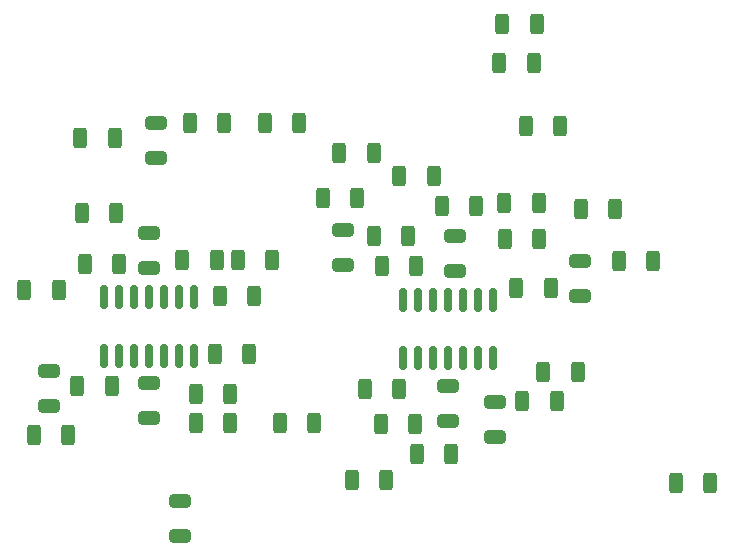
<source format=gtp>
G04 #@! TF.GenerationSoftware,KiCad,Pcbnew,8.0.4*
G04 #@! TF.CreationDate,2024-08-16T09:38:16+02:00*
G04 #@! TF.ProjectId,Purrtico_TLA,50757272-7469-4636-9f5f-544c412e6b69,01*
G04 #@! TF.SameCoordinates,Original*
G04 #@! TF.FileFunction,Paste,Top*
G04 #@! TF.FilePolarity,Positive*
%FSLAX46Y46*%
G04 Gerber Fmt 4.6, Leading zero omitted, Abs format (unit mm)*
G04 Created by KiCad (PCBNEW 8.0.4) date 2024-08-16 09:38:16*
%MOMM*%
%LPD*%
G01*
G04 APERTURE LIST*
G04 Aperture macros list*
%AMRoundRect*
0 Rectangle with rounded corners*
0 $1 Rounding radius*
0 $2 $3 $4 $5 $6 $7 $8 $9 X,Y pos of 4 corners*
0 Add a 4 corners polygon primitive as box body*
4,1,4,$2,$3,$4,$5,$6,$7,$8,$9,$2,$3,0*
0 Add four circle primitives for the rounded corners*
1,1,$1+$1,$2,$3*
1,1,$1+$1,$4,$5*
1,1,$1+$1,$6,$7*
1,1,$1+$1,$8,$9*
0 Add four rect primitives between the rounded corners*
20,1,$1+$1,$2,$3,$4,$5,0*
20,1,$1+$1,$4,$5,$6,$7,0*
20,1,$1+$1,$6,$7,$8,$9,0*
20,1,$1+$1,$8,$9,$2,$3,0*%
G04 Aperture macros list end*
%ADD10RoundRect,0.250000X-0.650000X0.325000X-0.650000X-0.325000X0.650000X-0.325000X0.650000X0.325000X0*%
%ADD11RoundRect,0.250000X0.312500X0.625000X-0.312500X0.625000X-0.312500X-0.625000X0.312500X-0.625000X0*%
%ADD12RoundRect,0.250000X-0.312500X-0.625000X0.312500X-0.625000X0.312500X0.625000X-0.312500X0.625000X0*%
%ADD13RoundRect,0.150000X-0.150000X0.825000X-0.150000X-0.825000X0.150000X-0.825000X0.150000X0.825000X0*%
%ADD14RoundRect,0.250000X0.650000X-0.325000X0.650000X0.325000X-0.650000X0.325000X-0.650000X-0.325000X0*%
G04 APERTURE END LIST*
D10*
X117188500Y-56945000D03*
X117188500Y-59895000D03*
D11*
X91124500Y-56834000D03*
X88199500Y-56834000D03*
D12*
X114075000Y-66359000D03*
X117000000Y-66359000D03*
D11*
X115222000Y-68772000D03*
X112297000Y-68772000D03*
D12*
X70133000Y-59374000D03*
X73058000Y-59374000D03*
D10*
X106012500Y-67551000D03*
X106012500Y-70501000D03*
D11*
X78170500Y-57215000D03*
X75245500Y-57215000D03*
X101887000Y-67756000D03*
X98962000Y-67756000D03*
D10*
X83312000Y-77265000D03*
X83312000Y-80215000D03*
X106647500Y-54851000D03*
X106647500Y-57801000D03*
D12*
X110591000Y-36830000D03*
X113516000Y-36830000D03*
X74875000Y-46532000D03*
X77800000Y-46532000D03*
D11*
X104808000Y-49722000D03*
X101883000Y-49722000D03*
X108396500Y-52262000D03*
X105471500Y-52262000D03*
X100776500Y-75438000D03*
X97851500Y-75438000D03*
X128208500Y-75692000D03*
X125283500Y-75692000D03*
D10*
X80710500Y-67297000D03*
X80710500Y-70247000D03*
D12*
X84643500Y-68214000D03*
X87568500Y-68214000D03*
X110773000Y-52008000D03*
X113698000Y-52008000D03*
X103363500Y-73294000D03*
X106288500Y-73294000D03*
D10*
X80710500Y-54597000D03*
X80710500Y-57547000D03*
X97122500Y-54343000D03*
X97122500Y-57293000D03*
D12*
X74991500Y-52897000D03*
X77916500Y-52897000D03*
X74610500Y-67502000D03*
X77535500Y-67502000D03*
X99724000Y-54803000D03*
X102649000Y-54803000D03*
D11*
X94680500Y-70612000D03*
X91755500Y-70612000D03*
D13*
X109822500Y-60201000D03*
X108552500Y-60201000D03*
X107282500Y-60201000D03*
X106012500Y-60201000D03*
X104742500Y-60201000D03*
X103472500Y-60201000D03*
X102202500Y-60201000D03*
X102202500Y-65151000D03*
X103472500Y-65151000D03*
X104742500Y-65151000D03*
X106012500Y-65151000D03*
X107282500Y-65151000D03*
X108552500Y-65151000D03*
X109822500Y-65151000D03*
D11*
X99728000Y-47817000D03*
X96803000Y-47817000D03*
X114714000Y-59247000D03*
X111789000Y-59247000D03*
X89600500Y-59882000D03*
X86675500Y-59882000D03*
D13*
X84520500Y-60009000D03*
X83250500Y-60009000D03*
X81980500Y-60009000D03*
X80710500Y-60009000D03*
X79440500Y-60009000D03*
X78170500Y-60009000D03*
X76900500Y-60009000D03*
X76900500Y-64959000D03*
X78170500Y-64959000D03*
X79440500Y-64959000D03*
X80710500Y-64959000D03*
X81980500Y-64959000D03*
X83250500Y-64959000D03*
X84520500Y-64959000D03*
D11*
X123382500Y-56896000D03*
X120457500Y-56896000D03*
X120175000Y-52516000D03*
X117250000Y-52516000D03*
D10*
X81280000Y-45261000D03*
X81280000Y-48211000D03*
X72263000Y-66281000D03*
X72263000Y-69231000D03*
D11*
X113759500Y-55056000D03*
X110834500Y-55056000D03*
X86425500Y-56834000D03*
X83500500Y-56834000D03*
D12*
X84643500Y-70612000D03*
X87568500Y-70612000D03*
D11*
X103345500Y-57342000D03*
X100420500Y-57342000D03*
X89209000Y-64770000D03*
X86284000Y-64770000D03*
X93410500Y-45212000D03*
X90485500Y-45212000D03*
D12*
X100315500Y-70754000D03*
X103240500Y-70754000D03*
X112583500Y-45466000D03*
X115508500Y-45466000D03*
X95428000Y-51627000D03*
X98353000Y-51627000D03*
X110337000Y-40132000D03*
X113262000Y-40132000D03*
D11*
X73852500Y-71628000D03*
X70927500Y-71628000D03*
D12*
X84135500Y-45212000D03*
X87060500Y-45212000D03*
D14*
X109982000Y-71833000D03*
X109982000Y-68883000D03*
M02*

</source>
